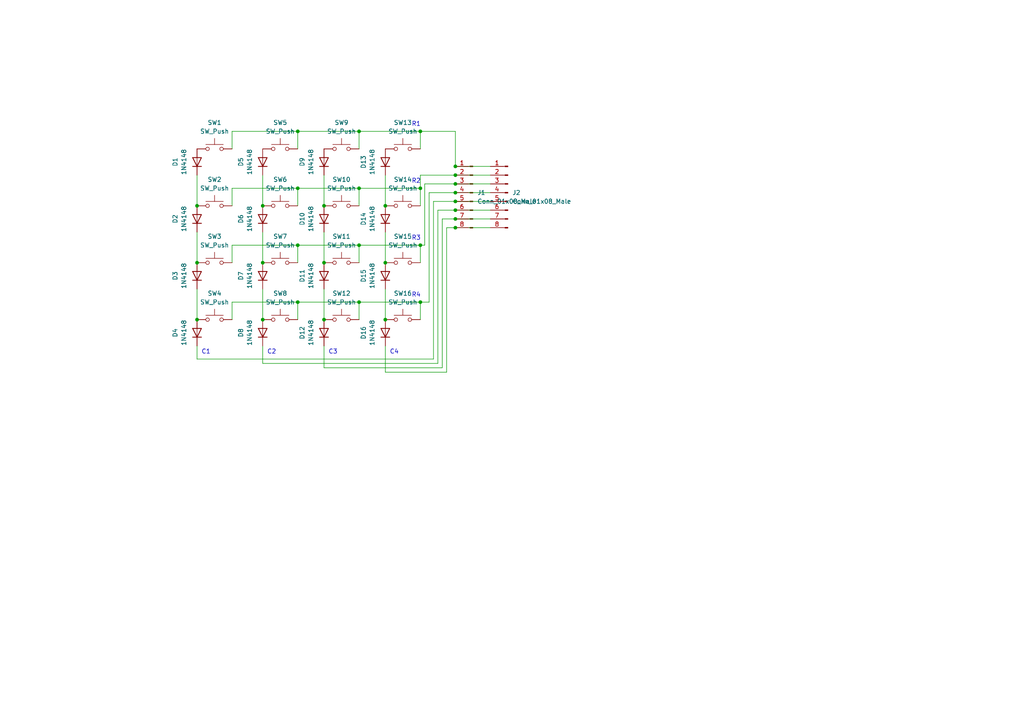
<source format=kicad_sch>
(kicad_sch (version 20211123) (generator eeschema)
  (paper "A4")
  (lib_symbols
    (symbol "Connector:Conn_01x08_Male" (pin_names (offset 1.016) hide)
      (property "Reference" "J" (at 0 10.16 0))
      (property "Value" "Conn_01x08_Male" (at 0 -12.7 0))
      (symbol "Conn_01x08_Male_1_1"
        (polyline (pts (xy 1.27 -10.16) (xy 0.8636 -10.16)) (stroke (width 0.1524)))
        (polyline (pts (xy 1.27 -7.62) (xy 0.8636 -7.62)) (stroke (width 0.1524)))
        (polyline (pts (xy 1.27 -5.08) (xy 0.8636 -5.08)) (stroke (width 0.1524)))
        (polyline (pts (xy 1.27 -2.54) (xy 0.8636 -2.54)) (stroke (width 0.1524)))
        (polyline (pts (xy 1.27 0) (xy 0.8636 0)) (stroke (width 0.1524)))
        (polyline (pts (xy 1.27 2.54) (xy 0.8636 2.54)) (stroke (width 0.1524)))
        (polyline (pts (xy 1.27 5.08) (xy 0.8636 5.08)) (stroke (width 0.1524)))
        (polyline (pts (xy 1.27 7.62) (xy 0.8636 7.62)) (stroke (width 0.1524)))
        (rectangle (start 0.8636 -10.033) (end 0 -10.287) (stroke (width 0.1524)) (fill (type outline)))
        (rectangle (start 0.8636 -7.493) (end 0 -7.747) (stroke (width 0.1524)) (fill (type outline)))
        (rectangle (start 0.8636 -4.953) (end 0 -5.207) (stroke (width 0.1524)) (fill (type outline)))
        (rectangle (start 0.8636 -2.413) (end 0 -2.667) (stroke (width 0.1524)) (fill (type outline)))
        (rectangle (start 0.8636 0.127) (end 0 -0.127) (stroke (width 0.1524)) (fill (type outline)))
        (rectangle (start 0.8636 2.667) (end 0 2.413) (stroke (width 0.1524)) (fill (type outline)))
        (rectangle (start 0.8636 5.207) (end 0 4.953) (stroke (width 0.1524)) (fill (type outline)))
        (rectangle (start 0.8636 7.747) (end 0 7.493) (stroke (width 0.1524)) (fill (type outline)))
        (pin passive line (at 5.08 7.62 180) (length 3.81) (name "Pin_1") (number "1"))
        (pin passive line (at 5.08 5.08 180) (length 3.81) (name "Pin_2") (number "2"))
        (pin passive line (at 5.08 2.54 180) (length 3.81) (name "Pin_3") (number "3"))
        (pin passive line (at 5.08 0 180) (length 3.81) (name "Pin_4") (number "4"))
        (pin passive line (at 5.08 -2.54 180) (length 3.81) (name "Pin_5") (number "5"))
        (pin passive line (at 5.08 -5.08 180) (length 3.81) (name "Pin_6") (number "6"))
        (pin passive line (at 5.08 -7.62 180) (length 3.81) (name "Pin_7") (number "7"))
        (pin passive line (at 5.08 -10.16 180) (length 3.81) (name "Pin_8") (number "8"))
      )
    )
    (symbol "Diode:1N4148" (pin_numbers hide) (pin_names (offset 1.016) hide)
      (property "Reference" "D" (at 0 2.54 0))
      (property "Value" "1N4148" (at 0 -2.54 0))
      (symbol "1N4148_0_1"
        (polyline (pts (xy -1.27 1.27) (xy -1.27 -1.27)) (stroke (width 0.254)))
        (polyline (pts (xy 1.27 0) (xy -1.27 0)))
        (polyline (pts (xy 1.27 1.27) (xy 1.27 -1.27) (xy -1.27 0) (xy 1.27 1.27)) (stroke (width 0.254)))
      )
      (symbol "1N4148_1_1"
        (pin passive line (at -3.81 0 0) (length 2.54) (name "K") (number "1"))
        (pin passive line (at 3.81 0 180) (length 2.54) (name "A") (number "2"))
      )
    )
    (symbol "Switch:SW_Push" (pin_numbers hide) (pin_names (offset 1.016) hide)
      (property "Reference" "SW" (at 1.27 2.54 0))
      (property "Value" "SW_Push" (at 0 -1.524 0))
      (symbol "SW_Push_0_1"
        (circle (center -2.032 0) (radius 0.508))
        (polyline (pts (xy 0 1.27) (xy 0 3.048)))
        (polyline (pts (xy 2.54 1.27) (xy -2.54 1.27)))
        (circle (center 2.032 0) (radius 0.508))
        (pin passive line (at -5.08 0 0) (length 2.54) (name "1") (number "1"))
        (pin passive line (at 5.08 0 180) (length 2.54) (name "2") (number "2"))
      )
    )
  )
  (junction (at 121.92 54.61))
  (junction (at 57.15 92.71))
  (junction (at 121.92 38.1))
  (junction (at 132.08 50.8))
  (junction (at 132.08 55.88))
  (junction (at 86.36 38.1))
  (junction (at 111.76 92.71))
  (junction (at 93.98 59.69))
  (junction (at 104.14 38.1))
  (junction (at 76.2 76.2))
  (junction (at 76.2 59.69))
  (junction (at 132.08 63.5))
  (junction (at 132.08 60.96))
  (junction (at 57.15 59.69))
  (junction (at 111.76 59.69))
  (junction (at 132.08 66.04))
  (junction (at 132.08 53.34))
  (junction (at 86.36 87.63))
  (junction (at 104.14 71.12))
  (junction (at 76.2 92.71))
  (junction (at 86.36 54.61))
  (junction (at 121.92 71.12))
  (junction (at 104.14 87.63))
  (junction (at 132.08 48.26))
  (junction (at 111.76 76.2))
  (junction (at 93.98 76.2))
  (junction (at 93.98 92.71))
  (junction (at 132.08 58.42))
  (junction (at 121.92 87.63))
  (junction (at 104.14 54.61))
  (junction (at 57.15 76.2))
  (junction (at 86.36 71.12))
  (wire (pts (xy 76.2 100.33) (xy 76.2 105.41)))
  (wire (pts (xy 132.08 63.5) (xy 142.24 63.5)))
  (wire (pts (xy 125.73 58.42) (xy 132.08 58.42)))
  (wire (pts (xy 125.73 58.42) (xy 125.73 104.14)))
  (wire (pts (xy 67.31 54.61) (xy 86.36 54.61)))
  (wire (pts (xy 76.2 83.82) (xy 76.2 92.71)))
  (wire (pts (xy 132.08 38.1) (xy 132.08 48.26)))
  (wire (pts (xy 111.76 83.82) (xy 111.76 92.71)))
  (wire (pts (xy 86.36 71.12) (xy 104.14 71.12)))
  (wire (pts (xy 57.15 67.31) (xy 57.15 76.2)))
  (wire (pts (xy 123.19 71.12) (xy 123.19 53.34)))
  (wire (pts (xy 132.08 60.96) (xy 142.24 60.96)))
  (wire (pts (xy 67.31 59.69) (xy 67.31 54.61)))
  (wire (pts (xy 121.92 50.8) (xy 132.08 50.8)))
  (wire (pts (xy 128.27 63.5) (xy 128.27 106.68)))
  (wire (pts (xy 132.08 53.34) (xy 142.24 53.34)))
  (wire (pts (xy 123.19 71.12) (xy 121.92 71.12)))
  (wire (pts (xy 86.36 38.1) (xy 104.14 38.1)))
  (wire (pts (xy 132.08 60.96) (xy 127 60.96)))
  (wire (pts (xy 86.36 87.63) (xy 104.14 87.63)))
  (wire (pts (xy 104.14 87.63) (xy 104.14 92.71)))
  (wire (pts (xy 57.15 50.8) (xy 57.15 59.69)))
  (wire (pts (xy 132.08 66.04) (xy 142.24 66.04)))
  (wire (pts (xy 57.15 104.14) (xy 125.73 104.14)))
  (wire (pts (xy 86.36 87.63) (xy 86.36 92.71)))
  (wire (pts (xy 123.19 53.34) (xy 132.08 53.34)))
  (wire (pts (xy 76.2 50.8) (xy 76.2 59.69)))
  (wire (pts (xy 67.31 76.2) (xy 67.31 71.12)))
  (wire (pts (xy 132.08 50.8) (xy 142.24 50.8)))
  (wire (pts (xy 67.31 87.63) (xy 86.36 87.63)))
  (wire (pts (xy 121.92 87.63) (xy 121.92 92.71)))
  (wire (pts (xy 86.36 71.12) (xy 86.36 76.2)))
  (wire (pts (xy 104.14 87.63) (xy 121.92 87.63)))
  (wire (pts (xy 67.31 92.71) (xy 67.31 87.63)))
  (wire (pts (xy 104.14 71.12) (xy 121.92 71.12)))
  (wire (pts (xy 142.24 48.26) (xy 132.08 48.26)))
  (wire (pts (xy 127 60.96) (xy 127 105.41)))
  (wire (pts (xy 132.08 55.88) (xy 142.24 55.88)))
  (wire (pts (xy 86.36 54.61) (xy 104.14 54.61)))
  (wire (pts (xy 104.14 54.61) (xy 104.14 59.69)))
  (wire (pts (xy 121.92 38.1) (xy 121.92 43.18)))
  (wire (pts (xy 93.98 106.68) (xy 128.27 106.68)))
  (wire (pts (xy 86.36 38.1) (xy 86.36 43.18)))
  (wire (pts (xy 86.36 54.61) (xy 86.36 59.69)))
  (wire (pts (xy 93.98 83.82) (xy 93.98 92.71)))
  (wire (pts (xy 111.76 100.33) (xy 111.76 107.95)))
  (wire (pts (xy 93.98 67.31) (xy 93.98 76.2)))
  (wire (pts (xy 67.31 38.1) (xy 86.36 38.1)))
  (wire (pts (xy 121.92 50.8) (xy 121.92 54.61)))
  (wire (pts (xy 67.31 71.12) (xy 86.36 71.12)))
  (wire (pts (xy 132.08 55.88) (xy 124.46 55.88)))
  (wire (pts (xy 104.14 71.12) (xy 104.14 76.2)))
  (wire (pts (xy 67.31 43.18) (xy 67.31 38.1)))
  (wire (pts (xy 76.2 67.31) (xy 76.2 76.2)))
  (wire (pts (xy 132.08 58.42) (xy 142.24 58.42)))
  (wire (pts (xy 121.92 54.61) (xy 121.92 59.69)))
  (wire (pts (xy 76.2 105.41) (xy 127 105.41)))
  (wire (pts (xy 104.14 38.1) (xy 121.92 38.1)))
  (wire (pts (xy 111.76 67.31) (xy 111.76 76.2)))
  (wire (pts (xy 93.98 100.33) (xy 93.98 106.68)))
  (wire (pts (xy 129.54 66.04) (xy 129.54 107.95)))
  (wire (pts (xy 124.46 55.88) (xy 124.46 87.63)))
  (wire (pts (xy 121.92 87.63) (xy 124.46 87.63)))
  (wire (pts (xy 104.14 38.1) (xy 104.14 43.18)))
  (wire (pts (xy 111.76 50.8) (xy 111.76 59.69)))
  (wire (pts (xy 57.15 83.82) (xy 57.15 92.71)))
  (wire (pts (xy 57.15 100.33) (xy 57.15 104.14)))
  (wire (pts (xy 121.92 71.12) (xy 121.92 76.2)))
  (wire (pts (xy 132.08 63.5) (xy 128.27 63.5)))
  (wire (pts (xy 132.08 66.04) (xy 129.54 66.04)))
  (wire (pts (xy 104.14 54.61) (xy 121.92 54.61)))
  (wire (pts (xy 93.98 50.8) (xy 93.98 59.69)))
  (wire (pts (xy 111.76 107.95) (xy 129.54 107.95)))
  (wire (pts (xy 132.08 38.1) (xy 121.92 38.1)))
  (text "C3\n" (at 95.25 102.87 0) (effects (font (size 1.27 1.27)) (justify left bottom)))
  (text "C2\n" (at 77.47 102.87 0) (effects (font (size 1.27 1.27)) (justify left bottom)))
  (text "R2" (at 119.38 53.34 0) (effects (font (size 1.27 1.27)) (justify left bottom)))
  (text "R3" (at 119.38 69.85 0) (effects (font (size 1.27 1.27)) (justify left bottom)))
  (text "C4" (at 113.03 102.87 0) (effects (font (size 1.27 1.27)) (justify left bottom)))
  (text "R1" (at 119.38 36.83 0) (effects (font (size 1.27 1.27)) (justify left bottom)))
  (text "R4" (at 119.38 86.36 0) (effects (font (size 1.27 1.27)) (justify left bottom)))
  (text "C1" (at 58.42 102.87 0) (effects (font (size 1.27 1.27)) (justify left bottom)))
  (symbol (lib_id "Switch:SW_Push") (at 62.23 92.71 0) (unit 1)
    (property "Reference" "SW4" (at 62.23 85.09 0))
    (property "Value" "SW_Push" (at 62.23 87.63 0))
    (property "Footprint" "Button_Switch_THT:SW_PUSH-12mm" (effects hide))
  )
  (symbol (lib_id "Switch:SW_Push") (at 116.84 43.18 0) (unit 1)
    (property "Reference" "SW13" (at 116.84 35.56 0))
    (property "Value" "SW_Push" (at 116.84 38.1 0))
    (property "Footprint" "Button_Switch_THT:SW_PUSH-12mm" (effects hide))
  )
  (symbol (lib_id "Switch:SW_Push") (at 62.23 76.2 0) (unit 1)
    (property "Reference" "SW3" (at 62.23 68.58 0))
    (property "Value" "SW_Push" (at 62.23 71.12 0))
    (property "Footprint" "Button_Switch_THT:SW_PUSH-12mm" (effects hide))
  )
  (symbol (lib_id "Switch:SW_Push") (at 99.06 59.69 0) (unit 1)
    (property "Reference" "SW10" (at 99.06 52.07 0))
    (property "Value" "SW_Push" (at 99.06 54.61 0))
    (property "Footprint" "Button_Switch_THT:SW_PUSH-12mm" (effects hide))
  )
  (symbol (lib_id "Diode:1N4148") (at 57.15 46.99 90) (unit 1)
    (property "Reference" "D1" (at 50.8 46.99 0))
    (property "Value" "1N4148" (at 53.34 46.99 0))
    (property "Footprint" "Diode_THT:D_DO-35_SOD27_P7.62mm_Horizontal" (effects hide))
    (property "Datasheet" "https://assets.nexperia.com/documents/data-sheet/1N4148_1N4448.pdf" (effects hide))
  )
  (symbol (lib_id "Diode:1N4148") (at 93.98 63.5 90) (unit 1)
    (property "Reference" "D10" (at 87.63 63.5 0))
    (property "Value" "1N4148" (at 90.17 63.5 0))
    (property "Footprint" "Diode_THT:D_DO-35_SOD27_P7.62mm_Horizontal" (effects hide))
    (property "Datasheet" "https://assets.nexperia.com/documents/data-sheet/1N4148_1N4448.pdf" (effects hide))
  )
  (symbol (lib_id "Switch:SW_Push") (at 116.84 92.71 0) (unit 1)
    (property "Reference" "SW16" (at 116.84 85.09 0))
    (property "Value" "SW_Push" (at 116.84 87.63 0))
    (property "Footprint" "Button_Switch_THT:SW_PUSH-12mm" (effects hide))
  )
  (symbol (lib_id "Diode:1N4148") (at 93.98 80.01 90) (unit 1)
    (property "Reference" "D11" (at 87.63 80.01 0))
    (property "Value" "1N4148" (at 90.17 80.01 0))
    (property "Footprint" "Diode_THT:D_DO-35_SOD27_P7.62mm_Horizontal" (effects hide))
    (property "Datasheet" "https://assets.nexperia.com/documents/data-sheet/1N4148_1N4448.pdf" (effects hide))
  )
  (symbol (lib_id "Switch:SW_Push") (at 81.28 92.71 0) (unit 1)
    (property "Reference" "SW8" (at 81.28 85.09 0))
    (property "Value" "SW_Push" (at 81.28 87.63 0))
    (property "Footprint" "Button_Switch_THT:SW_PUSH-12mm" (effects hide))
  )
  (symbol (lib_id "Switch:SW_Push") (at 81.28 43.18 0) (unit 1)
    (property "Reference" "SW5" (at 81.28 35.56 0))
    (property "Value" "SW_Push" (at 81.28 38.1 0))
    (property "Footprint" "Button_Switch_THT:SW_PUSH-12mm" (effects hide))
  )
  (symbol (lib_id "Connector:Conn_01x08_Male") (at 137.16 55.88 0) (mirror y) (unit 1)
    (property "Reference" "J1" (at 138.43 55.8799 0) (effects (justify right)))
    (property "Value" "Conn_01x08_Male" (at 138.43 58.4199 0) (effects (justify right)))
    (property "Footprint" "Connector_PinHeader_2.54mm:PinHeader_1x08_P2.54mm_Vertical" (effects hide))
  )
  (symbol (lib_id "Diode:1N4148") (at 57.15 96.52 90) (unit 1)
    (property "Reference" "D4" (at 50.8 96.52 0))
    (property "Value" "1N4148" (at 53.34 96.52 0))
    (property "Footprint" "Diode_THT:D_DO-35_SOD27_P7.62mm_Horizontal" (effects hide))
    (property "Datasheet" "https://assets.nexperia.com/documents/data-sheet/1N4148_1N4448.pdf" (effects hide))
  )
  (symbol (lib_id "Switch:SW_Push") (at 81.28 59.69 0) (unit 1)
    (property "Reference" "SW6" (at 81.28 52.07 0))
    (property "Value" "SW_Push" (at 81.28 54.61 0))
    (property "Footprint" "Button_Switch_THT:SW_PUSH-12mm" (effects hide))
  )
  (symbol (lib_id "Diode:1N4148") (at 57.15 80.01 90) (unit 1)
    (property "Reference" "D3" (at 50.8 80.01 0))
    (property "Value" "1N4148" (at 53.34 80.01 0))
    (property "Footprint" "Diode_THT:D_DO-35_SOD27_P7.62mm_Horizontal" (effects hide))
    (property "Datasheet" "https://assets.nexperia.com/documents/data-sheet/1N4148_1N4448.pdf" (effects hide))
  )
  (symbol (lib_id "Diode:1N4148") (at 76.2 80.01 90) (unit 1)
    (property "Reference" "D7" (at 69.85 80.01 0))
    (property "Value" "1N4148" (at 72.39 80.01 0))
    (property "Footprint" "Diode_THT:D_DO-35_SOD27_P7.62mm_Horizontal" (effects hide))
    (property "Datasheet" "https://assets.nexperia.com/documents/data-sheet/1N4148_1N4448.pdf" (effects hide))
  )
  (symbol (lib_id "Connector:Conn_01x08_Male") (at 147.32 55.88 0) (mirror y) (unit 1)
    (property "Reference" "J2" (at 148.59 55.8799 0) (effects (justify right)))
    (property "Value" "Conn_01x08_Male" (at 148.59 58.4199 0) (effects (justify right)))
    (property "Footprint" "Connector_PinHeader_2.54mm:PinHeader_1x08_P2.54mm_Vertical" (effects hide))
  )
  (symbol (lib_id "Switch:SW_Push") (at 116.84 59.69 0) (unit 1)
    (property "Reference" "SW14" (at 116.84 52.07 0))
    (property "Value" "SW_Push" (at 116.84 54.61 0))
    (property "Footprint" "Button_Switch_THT:SW_PUSH-12mm" (effects hide))
  )
  (symbol (lib_id "Switch:SW_Push") (at 99.06 92.71 0) (unit 1)
    (property "Reference" "SW12" (at 99.06 85.09 0))
    (property "Value" "SW_Push" (at 99.06 87.63 0))
    (property "Footprint" "Button_Switch_THT:SW_PUSH-12mm" (effects hide))
  )
  (symbol (lib_id "Diode:1N4148") (at 93.98 96.52 90) (unit 1)
    (property "Reference" "D12" (at 87.63 96.52 0))
    (property "Value" "1N4148" (at 90.17 96.52 0))
    (property "Footprint" "Diode_THT:D_DO-35_SOD27_P7.62mm_Horizontal" (effects hide))
    (property "Datasheet" "https://assets.nexperia.com/documents/data-sheet/1N4148_1N4448.pdf" (effects hide))
  )
  (symbol (lib_id "Diode:1N4148") (at 111.76 63.5 90) (unit 1)
    (property "Reference" "D14" (at 105.41 63.5 0))
    (property "Value" "1N4148" (at 107.95 63.5 0))
    (property "Footprint" "Diode_THT:D_DO-35_SOD27_P7.62mm_Horizontal" (effects hide))
    (property "Datasheet" "https://assets.nexperia.com/documents/data-sheet/1N4148_1N4448.pdf" (effects hide))
  )
  (symbol (lib_id "Diode:1N4148") (at 76.2 46.99 90) (unit 1)
    (property "Reference" "D5" (at 69.85 46.99 0))
    (property "Value" "1N4148" (at 72.39 46.99 0))
    (property "Footprint" "Diode_THT:D_DO-35_SOD27_P7.62mm_Horizontal" (effects hide))
    (property "Datasheet" "https://assets.nexperia.com/documents/data-sheet/1N4148_1N4448.pdf" (effects hide))
  )
  (symbol (lib_id "Switch:SW_Push") (at 62.23 59.69 0) (unit 1)
    (property "Reference" "SW2" (at 62.23 52.07 0))
    (property "Value" "SW_Push" (at 62.23 54.61 0))
    (property "Footprint" "Button_Switch_THT:SW_PUSH-12mm" (effects hide))
  )
  (symbol (lib_id "Switch:SW_Push") (at 99.06 43.18 0) (unit 1)
    (property "Reference" "SW9" (at 99.06 35.56 0))
    (property "Value" "SW_Push" (at 99.06 38.1 0))
    (property "Footprint" "Button_Switch_THT:SW_PUSH-12mm" (effects hide))
  )
  (symbol (lib_id "Switch:SW_Push") (at 62.23 43.18 0) (unit 1)
    (property "Reference" "SW1" (at 62.23 35.56 0))
    (property "Value" "SW_Push" (at 62.23 38.1 0))
    (property "Footprint" "Button_Switch_THT:SW_PUSH-12mm" (effects hide))
  )
  (symbol (lib_id "Switch:SW_Push") (at 99.06 76.2 0) (unit 1)
    (property "Reference" "SW11" (at 99.06 68.58 0))
    (property "Value" "SW_Push" (at 99.06 71.12 0))
    (property "Footprint" "Button_Switch_THT:SW_PUSH-12mm" (effects hide))
  )
  (symbol (lib_id "Diode:1N4148") (at 111.76 96.52 90) (unit 1)
    (property "Reference" "D16" (at 105.41 96.52 0))
    (property "Value" "1N4148" (at 107.95 96.52 0))
    (property "Footprint" "Diode_THT:D_DO-35_SOD27_P7.62mm_Horizontal" (effects hide))
    (property "Datasheet" "https://assets.nexperia.com/documents/data-sheet/1N4148_1N4448.pdf" (effects hide))
  )
  (symbol (lib_id "Diode:1N4148") (at 111.76 80.01 90) (unit 1)
    (property "Reference" "D15" (at 105.41 80.01 0))
    (property "Value" "1N4148" (at 107.95 80.01 0))
    (property "Footprint" "Diode_THT:D_DO-35_SOD27_P7.62mm_Horizontal" (effects hide))
    (property "Datasheet" "https://assets.nexperia.com/documents/data-sheet/1N4148_1N4448.pdf" (effects hide))
  )
  (symbol (lib_id "Diode:1N4148") (at 76.2 96.52 90) (unit 1)
    (property "Reference" "D8" (at 69.85 96.52 0))
    (property "Value" "1N4148" (at 72.39 96.52 0))
    (property "Footprint" "Diode_THT:D_DO-35_SOD27_P7.62mm_Horizontal" (effects hide))
    (property "Datasheet" "https://assets.nexperia.com/documents/data-sheet/1N4148_1N4448.pdf" (effects hide))
  )
  (symbol (lib_id "Diode:1N4148") (at 76.2 63.5 90) (unit 1)
    (property "Reference" "D6" (at 69.85 63.5 0))
    (property "Value" "1N4148" (at 72.39 63.5 0))
    (property "Footprint" "Diode_THT:D_DO-35_SOD27_P7.62mm_Horizontal" (effects hide))
    (property "Datasheet" "https://assets.nexperia.com/documents/data-sheet/1N4148_1N4448.pdf" (effects hide))
  )
  (symbol (lib_id "Diode:1N4148") (at 93.98 46.99 90) (unit 1)
    (property "Reference" "D9" (at 87.63 46.99 0))
    (property "Value" "1N4148" (at 90.17 46.99 0))
    (property "Footprint" "Diode_THT:D_DO-35_SOD27_P7.62mm_Horizontal" (effects hide))
    (property "Datasheet" "https://assets.nexperia.com/documents/data-sheet/1N4148_1N4448.pdf" (effects hide))
  )
  (symbol (lib_id "Diode:1N4148") (at 57.15 63.5 90) (unit 1)
    (property "Reference" "D2" (at 50.8 63.5 0))
    (property "Value" "1N4148" (at 53.34 63.5 0))
    (property "Footprint" "Diode_THT:D_DO-35_SOD27_P7.62mm_Horizontal" (effects hide))
    (property "Datasheet" "https://assets.nexperia.com/documents/data-sheet/1N4148_1N4448.pdf" (effects hide))
  )
  (symbol (lib_id "Switch:SW_Push") (at 81.28 76.2 0) (unit 1)
    (property "Reference" "SW7" (at 81.28 68.58 0))
    (property "Value" "SW_Push" (at 81.28 71.12 0))
    (property "Footprint" "Button_Switch_THT:SW_PUSH-12mm" (effects hide))
  )
  (symbol (lib_id "Switch:SW_Push") (at 116.84 76.2 0) (unit 1)
    (property "Reference" "SW15" (at 116.84 68.58 0))
    (property "Value" "SW_Push" (at 116.84 71.12 0))
    (property "Footprint" "Button_Switch_THT:SW_PUSH-12mm" (effects hide))
  )
  (symbol (lib_id "Diode:1N4148") (at 111.76 46.99 90) (unit 1)
    (property "Reference" "D13" (at 105.41 46.99 0))
    (property "Value" "1N4148" (at 107.95 46.99 0))
    (property "Footprint" "Diode_THT:D_DO-35_SOD27_P7.62mm_Horizontal" (effects hide))
    (property "Datasheet" "https://assets.nexperia.com/documents/data-sheet/1N4148_1N4448.pdf" (effects hide))
  )
)
</source>
